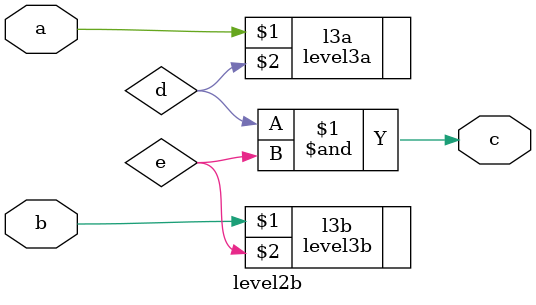
<source format=v>
module level2b(
  input  wire a,
  input  wire b,
  output wire c
);

wire d, e;

level3a l3a(a, d);
level3b l3b(b, e);

assign c = d & e;

endmodule

</source>
